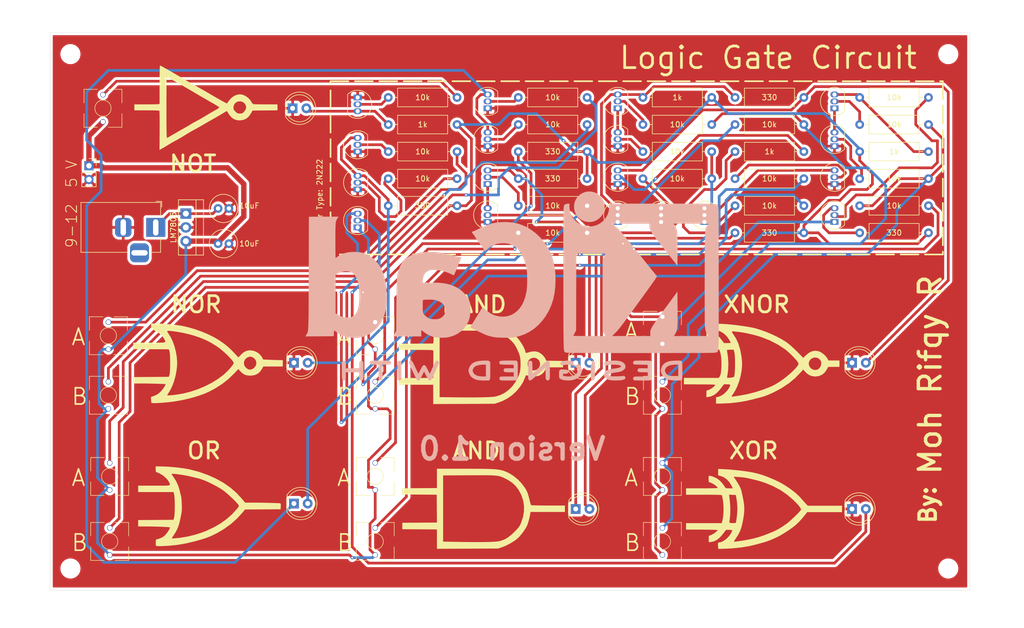
<source format=kicad_pcb>
(kicad_pcb (version 20241229) (generator "pcbnew") (generator_version "9.0")
  (title_block (title "Logic Gate") (date "2025-08-12") (company "Moh Rifqy Risqullah"))
  (layers (0 "F.Cu" signal) (2 "B.Cu" signal) (13 "F.Paste" user) (15 "B.Paste" user) (5 "F.SilkS" user "F.Silkscreen") (7 "B.SilkS" user "B.Silkscreen") (1 "F.Mask" user) (3 "B.Mask" user) (25 "Edge.Cuts" user))
  (net 0 "")
  (net 1 "Net-(U1-IN)")
  (net 2 "GND")
  (net 3 "+5V")
  (net 4 "Net-(D1-A)")
  (net 5 "Net-(D1-K)")
  (net 6 "Net-(D2-A)")
  (net 7 "Net-(D2-K)")
  (net 8 "Net-(D3-A)")
  (net 9 "Net-(D4-A)")
  (net 10 "Net-(D5-A)")
  (net 11 "Net-(D7-A)")
  (net 12 "Net-(Q1-E)")
  (net 13 "Net-(Q1-B)")
  (net 14 "Net-(Q2-B)")
  (net 15 "Net-(Q3-B)")
  (net 16 "Net-(Q4-B)")
  (net 17 "Net-(Q5-B)")
  (net 18 "Net-(Q6-B)")
  (net 19 "Net-(Q6-E)")
  (net 20 "Net-(Q7-B)")
  (net 21 "Net-(Q8-B)")
  (net 22 "Net-(Q9-B)")
  (net 23 "Net-(Q10-C)")
  (net 24 "Net-(Q10-B)")
  (net 25 "Net-(Q10-E)")
  (net 26 "Net-(Q11-B)")
  (net 27 "Net-(Q12-E)")
  (net 28 "Net-(Q12-B)")
  (net 29 "Net-(Q13-B)")
  (net 30 "Net-(Q14-E)")
  (net 31 "Net-(Q14-C)")
  (net 32 "Net-(Q14-B)")
  (net 33 "Net-(Q15-B)")
  (net 34 "Net-(Q16-E)")
  (net 35 "Net-(Q16-B)")
  (net 36 "Net-(Q17-B)")
  (net 37 "Net-(Q18-B)")
  (net 38 "Net-(R1-Pad1)")
  (net 39 "Net-(R2-Pad1)")
  (net 40 "Net-(R5-Pad1)")
  (net 41 "Net-(R6-Pad1)")
  (net 42 "Net-(R8-Pad1)")
  (net 43 "Net-(R10-Pad1)")
  (net 44 "Net-(R11-Pad1)")
  (net 45 "Net-(R13-Pad1)")
  (net 46 "Net-(R14-Pad1)")
  (net 47 "Net-(R16-Pad1)")
  (net 48 "Net-(R21-Pad1)")
  (net 49 "Net-(R22-Pad1)")
  (net 50 "Net-(D6-A)")
  (net 51 "Net-(Q12-C)")
  (footprint "LOGO" (layer "F.Cu") (at 94 51)
    (property "Reference" "G***" (hide yes))
    (property "Value" "LOGO" (hide yes))
  )
  (footprint "Tactile_Switch_Push_Btn:Btn_6x6x5" (layer "F.Cu") (at 178.243667 131.000206 90)
    (property "Reference" "SW11" (hide yes))
    (property "Value" "SW_6x6x5")
  )
  (footprint "Resistor_THT:R_Axial_DIN0309_L9.0mm_D3.2mm_P12.70mm_Horizontal" (layer "F.Cu") (at 151.65 59)
    (property "Reference" "R4" (hide yes))
    (property "Value" "330")
  )
  (footprint "Package_TO_SOT_THT:TO-92_Inline" (layer "F.Cu") (at 122 59 90)
    (property "Reference" "Q8" (hide yes))
    (property "Value" "PN2222A")
  )
  (footprint "Resistor_THT:R_Axial_DIN0309_L9.0mm_D3.2mm_P12.70mm_Horizontal" (layer "F.Cu") (at 227.35 54 180)
    (property "Reference" "R16" (hide yes))
    (property "Value" "10k")
  )
  (footprint "Resistor_THT:R_Axial_DIN0309_L9.0mm_D3.2mm_P12.70mm_Horizontal" (layer "F.Cu") (at 227.35 59 180)
    (property "Reference" "R15" (hide yes))
    (property "Value" "1k")
  )
  (footprint "Package_TO_SOT_THT:TO-220-3_Vertical" (layer "F.Cu") (at 90.293667 70.46 -90)
    (property "Reference" "U1" (hide yes))
    (property "Value" "L7805")
  )
  (footprint "Tactile_Switch_Push_Btn:Btn_6x6x5" (layer "F.Cu") (at 125.243667 131.000206 90)
    (property "Reference" "SW2" (hide yes))
    (property "Value" "SW_6x6x5")
  )
  (footprint "Tactile_Switch_Push_Btn:Btn_6x6x5" (layer "F.Cu") (at 178.243667 119.000206 90)
    (property "Reference" "SW10" (hide yes))
    (property "Value" "SW_6x6x5")
  )
  (footprint "Resistor_THT:R_Axial_DIN0309_L9.0mm_D3.2mm_P12.70mm_Horizontal" (layer "F.Cu") (at 204.35 69 180)
    (property "Reference" "R2" (hide yes))
    (property "Value" "10k")
  )
  (footprint "Tactile_Switch_Push_Btn:Btn_6x6x5" (layer "F.Cu") (at 178.243667 92.000206 90)
    (property "Reference" "SW13" (hide yes))
    (property "Value" "SW_6x6x5")
  )
  (footprint "Package_TO_SOT_THT:TO-92_Inline" (layer "F.Cu") (at 146 65 90)
    (property "Reference" "Q6" (hide yes))
    (property "Value" "PN2222A")
  )
  (footprint "Package_TO_SOT_THT:TO-92_Inline" (layer "F.Cu") (at 122 73 90)
    (property "Reference" "Q13" (hide yes))
    (property "Value" "PN2222A")
  )
  (footprint "MountingHole:MountingHole_3.2mm_M3" (layer "F.Cu") (at 231 41)
    (property "Reference" "H1" (hide yes))
    (property "Value" "MountingHole")
  )
  (footprint "Package_TO_SOT_THT:TO-92_Inline" (layer "F.Cu") (at 170 51 90)
    (property "Reference" "Q14" (hide yes))
    (property "Value" "PN2222A")
  )
  (footprint "LED_THT:LED_D5.0mm_IRBlack" (layer "F.Cu") (at 110.243667 98.000206)
    (property "Reference" "D5" (hide yes))
    (property "Value" "LED")
  )
  (footprint "Resistor_THT:R_Axial_DIN0309_L9.0mm_D3.2mm_P12.70mm_Horizontal" (layer "F.Cu") (at 191.65 49)
    (property "Reference" "R26" (hide yes))
    (property "Value" "330")
  )
  (footprint "Tactile_Switch_Push_Btn:Btn_6x6x5" (layer "F.Cu") (at 76 93 90)
    (property "Reference" "SW9" (hide yes))
    (property "Value" "SW_6x6x5")
  )
  (footprint "Tactile_Switch_Push_Btn:Btn_6x6x5" (layer "F.Cu") (at 76.243667 119.000206 90)
    (property "Reference" "SW3" (hide yes))
    (property "Value" "SW_6x6x5")
  )
  (footprint "Resistor_THT:R_Axial_DIN0309_L9.0mm_D3.2mm_P12.70mm_Horizontal" (layer "F.Cu") (at 191.65 59)
    (property "Reference" "R25" (hide yes))
    (property "Value" "1k")
  )
  (footprint "Resistor_THT:R_Axial_DIN0309_L9.0mm_D3.2mm_P12.70mm_Horizontal" (layer "F.Cu") (at 214.65 69)
    (property "Reference" "R19" (hide yes))
    (property "Value" "10k")
  )
  (footprint "Package_TO_SOT_THT:TO-92_Inline" (layer "F.Cu") (at 146 58 90)
    (property "Reference" "Q3" (hide yes))
    (property "Value" "PN2222A")
  )
  (footprint "Capacitor_THT:C_Radial_D5.0mm_H11.0mm_P2.00mm" (layer "F.Cu") (at 96.243667 76)
    (property "Reference" "C2" (hide yes))
    (property "Value" "10u")
  )
  (footprint "Package_TO_SOT_THT:TO-92_Inline" (layer "F.Cu") (at 210 51 90)
    (property "Reference" "Q10" (hide yes))
    (property "Value" "PN2222A")
  )
  (footprint "LED_THT:LED_D5.0mm_IRBlack" (layer "F.Cu") (at 110 51)
    (property "Reference" "D3" (hide yes))
    (property "Value" "LED")
  )
  (footprint "LED_THT:LED_D5.0mm_IRBlack" (layer "F.Cu") (at 162.243667 125.000206)
    (property "Reference" "D1" (hide yes))
    (property "Value" "LED")
  )
  (footprint "Resistor_THT:R_Axial_DIN0309_L9.0mm_D3.2mm_P12.70mm_Horizontal" (layer "F.Cu") (at 127.65 69)
    (property "Reference" "R12" (hide yes))
    (property "Value" "330")
  )
  (footprint "Package_TO_SOT_THT:TO-92_Inline" (layer "F.Cu") (at 170 72 90)
    (property "Reference" "Q16" (hide yes))
    (property "Value" "PN2222A")
  )
  (footprint "LOGO" (layer "F.Cu") (at 197.243667 98.000206)
    (property "Reference" "G***" (hide yes))
    (property "Value" "LOGO" (hide yes))
  )
  (footprint "Tactile_Switch_Push_Btn:Btn_6x6x5" (layer "F.Cu") (at 125.243667 104.000206 90)
    (property "Reference" "SW7" (hide yes))
    (property "Value" "SW_6x6x5")
  )
  (footprint "Resistor_THT:R_Axial_DIN0309_L9.0mm_D3.2mm_P12.70mm_Horizontal" (layer "F.Cu") (at 164.35 69 180)
    (property "Reference" "R10" (hide yes))
    (property "Value" "10k")
  )
  (footprint "Resistor_THT:R_Axial_DIN0309_L9.0mm_D3.2mm_P12.70mm_Horizontal" (layer "F.Cu") (at 191.65 74)
    (property "Reference" "R3" (hide yes))
    (property "Value" "330")
  )
  (footprint "Tactile_Switch_Push_Btn:Btn_6x6x5" (layer "F.Cu") (at 76.243667 131.000206 90)
    (property "Reference" "SW4" (hide yes))
    (property "Value" "SW_6x6x5")
  )
  (footprint "Tactile_Switch_Push_Btn:Btn_6x6x5" (layer "F.Cu") (at 76 104.000206 90)
    (property "Reference" "SW8" (hide yes))
    (property "Value" "SW_6x6x5")
  )
  (footprint "Resistor_THT:R_Axial_DIN0309_L9.0mm_D3.2mm_P12.70mm_Horizontal" (layer "F.Cu") (at 187.35 59 180)
    (property "Reference" "R22" (hide yes))
    (property "Value" "10k")
  )
  (footprint "LED_THT:LED_D5.0mm_IRBlack" (layer "F.Cu") (at 110.243667 124.000206)
    (property "Reference" "D2" (hide yes))
    (property "Value" "LED")
  )
  (footprint "Resistor_THT:R_Axial_DIN0309_L9.0mm_D3.2mm_P12.70mm_Horizontal" (layer "F.Cu") (at 174.65 49)
    (property "Reference" "R20" (hide yes))
    (property "Value" "1k")
  )
  (footprint "Package_TO_SOT_THT:TO-92_Inline" (layer "F.Cu") (at 122 66 90)
    (property "Reference" "Q9" (hide yes))
    (property "Value" "PN2222A")
  )
  (footprint "Package_TO_SOT_THT:TO-92_Inline" (layer "F.Cu") (at 170 58 90)
    (property "Reference" "Q15" (hide yes))
    (property "Value" "PN2222A")
  )
  (footprint "Tactile_Switch_Push_Btn:Btn_6x6x5" (layer "F.Cu") (at 75 51 90)
    (property "Reference" "SW5" (hide yes))
    (property "Value" "SW_6x6x5")
  )
  (footprint "Package_TO_SOT_THT:TO-92_Inline" (layer "F.Cu") (at 210 72 90)
    (property "Reference" "Q12" (hide yes))
    (property "Value" "PN2222A")
  )
  (footprint "Package_TO_SOT_THT:TO-92_Inline" (layer "F.Cu") (at 178 72 90)
    (property "Reference" "Q17" (hide yes))
    (property "Value" "PN2222A")
  )
  (footprint "Package_TO_SOT_THT:TO-92_Inline" (layer "F.Cu") (at 122 49 -90)
    (property "Reference" "Q5" (hide yes))
    (property "Value" "PN2222A")
  )
  (footprint "Resistor_THT:R_Axial_DIN0309_L9.0mm_D3.2mm_P12.70mm_Horizontal" (layer "F.Cu") (at 227.35 64 180)
    (property "Reference" "R17" (hide yes))
    (property "Value" "10k")
  )
  (footprint "Resistor_THT:R_Axial_DIN0309_L9.0mm_D3.2mm_P12.70mm_Horizontal" (layer "F.Cu") (at 214.65 49)
    (property "Reference" "R18" (hide yes))
    (property "Value" "10k")
  )
  (footprint "MountingHole:MountingHole_3.2mm_M3" (layer "F.Cu") (at 231 136)
    (property "Reference" "H3" (hide yes))
    (property "Value" "MountingHole")
  )
  (footprint "LOGO" (layer "F.Cu") (at 94.243667 124.000206)
    (property "Reference" "G***" (hide yes))
    (property "Value" "LOGO" (hide yes))
  )
  (footprint "LOGO" (layer "F.Cu") (at 144.243667 98.000206)
    (property "Reference" "G***" (hide yes))
    (property "Value" "LOGO" (hide yes))
  )
  (footprint "Resistor_THT:R_Axial_DIN0309_L9.0mm_D3.2mm_P12.70mm_Horizontal" (layer "F.Cu") (at 187.35 54 180)
    (property "Reference" "R21" (hide yes))
    (property "Value" "10k")
  )
  (footprint "LOGO" (layer "F.Cu") (at 93.243667 97.000206)
    (property "Reference" "G***" (hide yes))
    (property "Value" "LOGO" (hide yes))
  )
  (footprint "Package_TO_SOT_THT:TO-92_Inline" (layer "F.Cu") (at 170 65 90)
    (property "Reference" "Q18" (hide yes))
    (property "Value" "PN2222A")
  )
  (footprint "Package_TO_SOT_THT:TO-92_Inline" (layer "F.Cu") (at 146 72 90)
    (property "Reference" "Q7" (hide yes))
    (property "Value" "PN2222A")
  )
  (footprint "LED_THT:LED_D5.0mm_IRBlack" (layer "F.Cu") (at 213.243667 98.000206)
    (property "Reference" "D7" (hide yes))
    (property "Value" "LED")
  )
  (footprint "LOGO" (layer "F.Cu") (at 199.243667 125.000206)
    (property "Reference" "G***" (hide yes))
    (property "Value" "LOGO" (hide yes))
  )
  (footprint "Resistor_THT:R_Axial_DIN0309_L9.0mm_D3.2mm_P12.70mm_Horizontal" (layer "F.Cu") (at 140.35 64 180)
    (property "Reference" "R14" (hide yes))
    (property "Value" "10k")
  )
  (footprint "Tactile_Switch_Push_Btn:Btn_6x6x5" (layer "F.Cu") (at 178.243667 104.000206 90)
    (property "Reference" "SW12" (hide yes))
    (property "Value" "SW_6x6x5")
  )
  (footprint "Resistor_THT:R_Axial_DIN0309_L9.0mm_D3.2mm_P12.70mm_Horizontal" (layer "F.Cu") (at 164.35 49 180)
    (property "Reference" "R6" (hide yes))
    (property "Value" "10k")
  )
  (footprint "Package_TO_SOT_THT:TO-92_Inline" (layer "F.Cu") (at 210 58 90)
    (property "Reference" "Q11" (hide yes))
    (property "Value" "PN2222A")
  )
  (footprint "Capacitor_THT:C_Radial_D5.0mm_H11.0mm_P2.00mm" (layer "F.Cu") (at 96.243667 69.5)
    (property "Reference" "C1" (hide yes))
    (property "Value" "10u")
  )
  (footprint "LED_THT:LED_D5.0mm_IRBlack" (layer "F.Cu") (at 162.243667 98.000206)
    (property "Reference" "D4" (hide yes))
    (property "Value" "LED")
  )
  (footprint "LED_THT:LED_D5.0mm_IRBlack" (layer "F.Cu") (at 213.243667 125.000206)
    (property "Reference" "D6" (hide yes))
    (property "Value" "LED")
  )
  (footprint "Tactile_Switch_Push_Btn:Btn_6x6x5" (layer "F.Cu") (at 125.243667 93.000206 90)
    (property "Reference" "SW6" (hide yes))
    (property "Value" "SW_6x6x5")
  )
  (footprint "Resistor_THT:R_Axial_DIN0309_L9.0mm_D3.2mm_P12.70mm_Horizontal" (layer "F.Cu") (at 187.35 64 180)
    (property "Reference" "R23" (hide yes))
    (property "Value" "10k")
  )
  (footprint "Package_TO_SOT_THT:TO-92_Inline" (layer "F.Cu") (at 210 65 90)
    (property "Reference" "Q2" (hide yes))
    (property "Value" "PN2222A")
  )
  (footprint "Resistor_THT:R_Axial_DIN0309_L9.0mm_D3.2mm_P12.70mm_Horizontal" (layer "F.Cu") (at 151.65 64)
    (property "Reference" "R9" (hide yes))
    (property "Value" "330")
  )
  (footprint "Resistor_THT:R_Axial_DIN0309_L9.0mm_D3.2mm_P12.70mm_Horizontal" (layer "F.Cu") (at 227.35 74 180)
    (property "Reference" "R27" (hide yes))
    (property "Value" "330")
  )
  (footprint "Resistor_THT:R_Axial_DIN0309_L9.0mm_D3.2mm_P12.70mm_Horizontal" (layer "F.Cu") (at 204.35 64 180)
    (property "Reference" "R1" (hide yes))
    (property "Value" "10k")
  )
  (footprint "Connector_BarrelJack:BarrelJack_Horizontal" (layer "F.Cu") (at 84.743667 73)
    (property "Reference" "J1" (hide yes))
    (property "Value" "Barrel_Jack_MountingPin")
  )
  (footprint "Resistor_THT:R_Axial_DIN0309_L9.0mm_D3.2mm_P12.70mm_Horizontal" (layer "F.Cu") (at 127.65 54)
    (property "Reference" "R7" (hide yes))
    (property "Value" "1k")
  )
  (footprint "LOGO" (layer "F.Cu") (at 146.243667 124.494684)
    (property "Reference" "G***" (hide yes))
    (property "Value" "LOGO" (hide yes))
  )
  (footprint "Resistor_THT:R_Axial_DIN0309_L9.0mm_D3.2mm_P12.70mm_Horizontal" (layer "F.Cu") (at 140.35 59 180)
    (property "Reference" "R13" (hide yes))
    (property "Value" "10k")
  )
  (footprint "Tactile_Switch_Push_Btn:Btn_6x6x5" (layer "F.Cu") (at 125.243667 119.000206 90)
    (property "Reference" "SW1" (hide yes))
    (property "Value" "SW_6x6x5")
  )
  (footprint "Package_TO_SOT_THT:TO-92_Inline" (layer "F.Cu") (at 146 51 90)
    (property "Reference" "Q4" (hide yes))
    (property "Value" "PN2222A")
  )
  (footprint "Resistor_THT:R_Axial_DIN0309_L9.0mm_D3.2mm_P12.70mm_Horizontal" (layer "F.Cu") (at 204.35 54 180)
    (property "Reference" "R24" (hide yes))
    (property "Value" "10k")
  )
  (footprint "MountingHole:MountingHole_3.2mm_M3" (layer "F.Cu") (at 69 41)
    (property "Reference" "H2" (hide yes))
    (property "Value" "MountingHole")
  )
  (footprint "Resistor_THT:R_Axial_DIN0309_L9.0mm_D3.2mm_P12.70mm_Horizontal" (layer "F.Cu") (at 164.35 54 180)
    (property "Reference" "R5" (hide yes))
    (property "Value" "10k")
  )
  (footprint "Connector_PinSocket_2.54mm:PinSocket_1x02_P2.54mm_Vertical" (layer "F.Cu") (at 72.415 61.615)
    (property "Reference" "J2" (hide yes))
    (property "Value" "Conn_01x02_Socket" (hide yes))
  )
  (footprint "Package_TO_SOT_THT:TO-92_Inline" (layer "F.Cu") (at 186 72 90)
    (property "Reference" "Q1" (hide yes))
    (property "Value" "PN2222A")
  )
  (footprint "Resistor_THT:R_Axial_DIN0309_L9.0mm_D3.2mm_P12.70mm_Horizontal" (layer "F.Cu") (at 140.35 49 180)
    (property "Reference" "R8" (hide yes))
    (property "Value" "10k")
  )
  (footprint "Resistor_THT:R_Axial_DIN0309_L9.0mm_D3.2mm_P12.70mm_Horizontal" (layer "F.Cu") (at 151.65 74)
    (property "Reference" "R11" (hide yes))
    (property "Value" "10k")
  )
  (footprint "MountingHole:MountingHole_3.2mm_M3" (layer "F.Cu") (at 69 136)
    (property "Reference" "H4" (hide yes))
    (property "Value" "MountingHole")
  )
  (footprint "Symbol:KiCad-Logo2_30mm_SilkScreen" (layer "B.Cu") (at 150.532233 81.179682 180)
    (property "Reference" "REF**" (hide yes))
    (property "Value" "KiCad-Logo2_30mm_SilkScreen" (hide yes))
  )
  (gr_rect (start 117 46) (end 230 78) (stroke (width 0.3) (type dash)) (fill no) (layer "F.SilkS"))
  (gr_rect (start 65.238095 37) (end 235 140) (stroke (width 0.05)) (fill no) (layer "Edge.Cuts"))
  (gr_text "1k\n" (at 134 54 0) (layer "F.SilkS") (effects (font (size 1 1))))
  (gr_text "OR" (at 90.243667 116.000206 0) (layer "F.SilkS") (effects (font (size 3 3) (thickness 0.5) (bold yes)) (justify left bottom)))
  (gr_text "B" (at 171 106 0) (layer "F.SilkS") (effects (font (size 3 3) (thickness 0.3) (bold yes)) (justify left bottom)))
  (gr_text "10k\n" (at 221 69 0) (layer "F.SilkS") (effects (font (size 1 1))))
  (gr_text "Moh Rifqy R" (at 230 119 90) (layer "F.SilkS") (effects (font (size 4 4) (thickness 0.625)) (justify left bottom)))
  (gr_text "Logic Gate Circuit" (at 170 44 0) (layer "F.SilkS") (effects (font (size 4 4) (thickness 0.5)) (justify left bottom)))
  (gr_text "AND" (at 139.243667 116.000206 0) (layer "F.SilkS") (effects (font (size 3 3) (thickness 0.5) (bold yes)) (justify left bottom)))
  (gr_text "LM7805" (at 88 73 90) (layer "F.SilkS") (effects (font (size 1 1))))
  (gr_text "1k" (at 198 59 0) (layer "F.SilkS") (effects (font (size 1 1))))
  (gr_text "A" (at 171 121 0) (layer "F.SilkS") (effects (font (size 3 3) (thickness 0.3) (bold yes)) (justify left bottom)))
  (gr_text "1k" (at 221 59 0) (layer "F.SilkS") (effects (font (size 1 1))))
  (gr_text "10k\n" (at 158 54 0) (layer "F.SilkS") (effects (font (size 1 1))))
  (gr_text "XNOR" (at 189.243667 89.000206 0) (layer "F.SilkS") (effects (font (size 3 3) (thickness 0.5) (bold yes)) (justify left bottom)))
  (gr_text "5 V" (at 69.2 63.1 90) (layer "F.SilkS") (effects (font (size 2 2))))
  (gr_text "10k\n" (at 181 64 0) (layer "F.SilkS") (effects (font (size 1 1))))
  (gr_text "A" (at 118 95 0) (layer "F.SilkS") (effects (font (size 3 3) (thickness 0.3) (bold yes)) (justify left bottom)))
  (gr_text "B" (at 69 133 0) (layer "F.SilkS") (effects (font (size 3 3) (thickness 0.3) (bold yes)) (justify left bottom)))
  (gr_text "NOR" (at 87.243667 89.000206 0) (layer "F.SilkS") (effects (font (size 3 3) (thickness 0.5) (bold yes)) (justify left bottom)))
  (gr_text "10k\n" (at 221 64 0) (layer "F.SilkS") (effects (font (size 1 1))))
  (gr_text "Transistor Type: 2N222" (at 115 78 90) (layer "F.SilkS") (effects (font (size 1 1)) (justify left)))
  (gr_text "NOT\n" (at 87 63 0) (layer "F.SilkS") (effects (font (size 3 3) (thickness 0.5) (bold yes)) (justify left bottom)))
  (gr_text "10k\n" (at 198 64 0) (layer "F.SilkS") (effects (font (size 1 1))))
  (gr_text "10k\n" (at 158 49 0) (layer "F.SilkS") (effects (font (size 1 1))))
  (gr_text "10k\n" (at 221 54 0) (layer "F.SilkS") (effects (font (size 1 1))))
  (gr_text "10k\n" (at 181 54 0) (layer "F.SilkS") (effects (font (size 1 1))))
  (gr_text "By:" (at 229 128 90) (layer "F.SilkS") (effects (font (size 3 3) (thickness 0.625) (bold yes)) (justify left bottom)))
  (gr_text "10k\n" (at 134 59 0) (layer "F.SilkS") (effects (font (size 1 1))))
  (gr_text "9-12" (at 69.2 72.7 90) (layer "F.SilkS") (effects (font (size 2 2))))
  (gr_text "B" (at 69 106 0) (layer "F.SilkS") (effects (font (size 3 3) (thickness 0.3) (bold yes)) (justify left bottom)))
  (gr_text "330" (at 198 49 0) (layer "F.SilkS") (effects (font (size 1 1))))
  (gr_text "B" (at 118 133 0) (layer "F.SilkS") (effects (font (size 3 3) (thickness 0.3) (bold yes)) (justify left bottom)))
  (gr_text "10uF" (at 102 76 0) (layer "F.SilkS") (effects (font (size 1 1))))
  (gr_text "A" (at 118 121 0) (layer "F.SilkS") (effects (font (size 3 3) (thickness 0.3) (bold yes)) (justify left bottom)))
  (gr_text "A" (at 69 121 0) (layer "F.SilkS") (effects (font (size 3 3) (thickness 0.3) (bold yes)) (justify left bottom)))
  (gr_text "330\n" (at 158 64 0) (layer "F.SilkS") (effects (font (size 1 1))))
  (gr_text "XOR" (at 190.243667 116.000206 0) (layer "F.SilkS") (effects (font (size 3 3) (thickness 0.5) (bold yes)) (justify left bottom)))
  (gr_text "10k\n" (at 158 74 0) (layer "F.SilkS") (effects (font (size 1 1))))
  (gr_text "10k\n" (at 134 64 0) (layer "F.SilkS") (effects (font (size 1 1))))
  (gr_text "B" (at 171 133 0) (layer "F.SilkS") (effects (font (size 3 3) (thickness 0.3) (bold yes)) (justify left bottom)))
  (gr_text "1k\n" (at 181 49 0) (layer "F.SilkS") (effects (font (size 1 1))))
  (gr_text "B" (at 118 106 0) (layer "F.SilkS") (effects (font (size 3 3) (thickness 0.3) (bold yes)) (justify left bottom)))
  (gr_text "330" (at 221 74 0) (layer "F.SilkS") (effects (font (size 1 1))))
  (gr_text "10k\n" (at 198 54 0) (layer "F.SilkS") (effects (font (size 1 1))))
  (gr_text "330\n" (at 134 69 0) (layer "F.SilkS") (effects (font (size 1 1))))
  (gr_text "10k\n" (at 181 59 0) (layer "F.SilkS") (effects (font (size 1 1))))
  (gr_text "10uF" (at 102 69 0) (layer "F.SilkS") (effects (font (size 1 1))))
  (gr_text "10k\n" (at 198 69 0) (layer "F.SilkS") (effects (font (size 1 1))))
  (gr_text "10k\n" (at 158 69 0) (layer "F.SilkS") (effects (font (size 1 1))))
  (gr_text "330" (at 198 74 0) (layer "F.SilkS") (effects (font (size 1 1))))
  (gr_text "10k\n" (at 134 49 0) (layer "F.SilkS") (effects (font (size 1 1))))
  (gr_text "NAND" (at 137.243667 89.000206 0) (layer "F.SilkS") (effects (font (size 3 3) (thickness 0.5) (bold yes)) (justify left bottom)))
  (gr_text "10k\n" (at 221 49 0) (layer "F.SilkS") (effects (font (size 1 1))))
  (gr_text "A" (at 69 95 0) (layer "F.SilkS") (effects (font (size 3 3) (thickness 0.3) (bold yes)) (justify left bottom)))
  (gr_text "330\n" (at 158 59 0) (layer "F.SilkS") (effects (font (size 1 1))))
  (gr_text "A" (at 171 94 0) (layer "F.SilkS") (effects (font (size 3 3) (thickness 0.3) (bold yes)) (justify left bottom)))
  (gr_text "Version 1.0" (at 150.495 113.9 0) (layer "B.SilkS") (effects (font (size 4 4) (thickness 0.8) (bold yes)) (justify mirror)))
  (segment (start 87.283667 70.46) (end 84.743667 73) (width 0.5) (layer "F.Cu") (net 1))
  (segment (start 95.283667 70.46) (end 96.243667 69.5) (width 0.5) (layer "F.Cu") (net 1))
  (segment (start 90.293667 70.46) (end 95.283667 70.46) (width 0.5) (layer "F.Cu") (net 1))
  (segment (start 90.293667 70.46) (end 87.283667 70.46) (width 0.5) (layer "F.Cu") (net 1))
  (segment (start 209 68) (end 204.35 72.65) (width 0.5) (layer "F.Cu") (net 3))
  (segment (start 214.65 60.65) (end 217 63) (width 0.5) (layer "F.Cu") (net 3))
  (segment (start 178.243667 121.500206) (end 177 122.743873) (width 0.5) (layer "F.Cu") (net 3))
  (segment (start 162 59) (end 164.35 59) (width 0.5) (layer "F.Cu") (net 3))
  (segment (start 124 84) (end 134 74) (width 0.5) (layer "F.Cu") (net 3))
  (segment (start 127.500206 106.500206) (end 128 107) (width 0.5) (layer "F.Cu") (net 3))
  (segment (start 96.243667 75.756333) (end 101 71) (width 1) (layer "F.Cu") (net 3))
  (segment (start 101 65) (end 98 62) (width 1) (layer "F.Cu") (net 3))
  (segment (start 209 76) (end 225.35 76) (width 0.5) (layer "F.Cu") (net 3))
  (segment (start 124 106) (end 124 100) (width 0.5) (layer "F.Cu") (net 3))
  (segment (start 74.615 61.615) (end 72.415 61.615) (width 1) (layer "F.Cu") (net 3))
  (segment (start 124.292667 132.549206) (end 125.243667 133.500206) (width 0.5) (layer "F.Cu") (net 3))
  (segment (start 177 122.743873) (end 177 132.256539) (width 0.5) (layer "F.Cu") (net 3))
  (segment (start 125.243667 98.756333) (end 125.243667 95.500206) (width 0.5) (layer "F.Cu") (net 3))
  (segment (start 142 69) (end 143 68) (width 0.5) (layer "F.Cu") (net 3))
  (segment (start 125.243667 121.500206) (end 125.243667 126.756333) (width 0.5) (layer "F.Cu") (net 3))
  (segment (start 96.243667 76) (end 96.243667 75.756333) (width 1) (layer "F.Cu") (net 3))
  (segment (start 120.500206 133.500206) (end 121 134) (width 0.5) (layer "F.Cu") (net 3))
  (segment (start 124.500206 106.500206) (end 124 106) (width 0.5) (layer "F.Cu") (net 3))
  (segment (start 134.026 74) (end 139.026 69) (width 0.5) (layer "F.Cu") (net 3))
  (segment (start 72.415 56.085) (end 75 53.5) (width 1) (layer "F.Cu") (net 3))
  (segment (start 76.243667 133.500206) (end 120.500206 133.500206) (width 0.5) (layer "F.Cu") (net 3))
  (segment (start 125.243667 95.500206) (end 124 94.256539) (width 0.5) (layer "F.Cu") (net 3))
  (segment (start 128 107) (end 128 112) (width 0.5) (layer "F.Cu") (net 3))
  (segment (start 143 56.65) (end 140.35 54) (width 0.5) (layer "F.Cu") (net 3))
  (segment (start 95.783667 75.54) (end 96.243667 76) (width 1) (layer "F.Cu") (net 3))
  (segment (start 125.243667 126.756333) (end 124.292667 127.707333) (width 0.5) (layer "F.Cu") (net 3))
  (segment (start 125.243667 106.500206) (end 127.500206 106.500206) (width 0.5) (layer "F.Cu") (net 3))
  (segment (start 75 62) (end 74.615 61.615) (width 1) (layer "F.Cu") (net 3))
  (segment (start 217 65) (end 216 66) (width 0.5) (layer "F.Cu") (net 3))
  (segment (start 178.243667 106.500206) (end 177 107.743873) (width 0.5) (layer "F.Cu") (net 3))
  (segment (start 204.35 72.65) (end 204.35 74) (width 0.5) (layer "F.Cu") (net 3))
  (segment (start 124 116) (end 124 121) (width 0.5) (layer "F.Cu") (net 3))
  (segment (start 214.65 59) (end 214.65 60.65) (width 0.5) (layer "F.Cu") (net 3))
  (segment (start 178.243667 106.500206) (end 177 105.256539) (width 0.5) (layer "F.Cu") (net 3))
  (segment (start 139.026 69) (end 140.35 69) (width 0.5) (layer "F.Cu") (net 3))
  (segment (start 124 121) (end 124.743461 121) (width 0.5) (layer "F.Cu") (net 3))
  (segment (start 124.743461 121) (end 125.243667 121.500206) (width 0.5) (layer "F.Cu") (net 3))
  (segment (start 124 100) (end 125.243667 98.756333) (width 0.5) (layer "F.Cu") (net 3))
  (segment (start 177 105.256539) (end 177 95.743873) (width 0.5) (layer "F.Cu") (net 3))
  (segment (start 90.753667 76) (end 90.293667 75.54) (width 1) (layer "F.Cu") (net 3))
  (segment (start 72.415 61.615) (end 72.415 56.085) (width 1) (layer "F.Cu") (net 3))
  (segment (start 177 95.743873) (end 178.243667 94.500206) (width 0.5) (layer "F.Cu") (net 3))
  (segment (start 216 66) (end 213 66) (width 0.5) (layer "F.Cu") (net 3))
  (segment (start 140.35 69) (end 142 69) (width 0.5) (layer "F.Cu") (net 3))
  (segment (start 143 68) (end 143 56.65) (width 0.5) (layer "F.Cu") (net 3))
  (segment (start 177 120.256539) (end 178.243667 121.500206) (width 0.5) (layer "F.Cu") (net 3))
  (segment (start 124.292667 127.707333) (end 124.292667 132.549206) (width 0.5) (layer "F.Cu") (net 3))
  (segment (start 124 94.256539) (end 124 84) (width 0.5) (layer "F.Cu") (net 3))
  (segment (start 164.35 59) (end 164.35 64) (width 0.5) (layer "F.Cu") (net 3))
  (segment (start 125.243667 106.500206) (end 124.500206 106.500206) (width 0.5) (layer "F.Cu") (net 3))
  (segment (start 213 66) (end 211 68) (width 0.5) (layer "F.Cu") (net 3))
  (segment (start 225.35 76) (end 227.35 74) (width 0.5) (layer "F.Cu") (net 3))
  (segment (start 101 71) (end 101 65) (width 1) (layer "F.Cu") (net 3))
  (segment (start 177 107.743873) (end 177 120.256539) (width 0.5) (layer "F.Cu") (net 3))
  (segment (start 217 63) (end 217 65) (width 0.5) (layer "F.Cu") (net 3))
  (segment (start 207 74) (end 209 76) (width 0.5) (layer "F.Cu") (net 3))
  (segment (start 128 112) (end 124 116) (width 0.5) (layer "F.Cu") (net 3))
  (segment (start 160 57) (end 162 59) (width 0.5) (layer "F.Cu") (net 3))
  (segment (start 90.293667 75.54) (end 95.783667 75.54) (width 1) (layer "F.Cu") (net 3))
  (segment (start 204.35 74) (end 207 74) (width 0.5) (layer "F.Cu") (net 3))
  (segment (start 177 132.256539) (end 178.243667 133.500206) (width 0.5) (layer "F.Cu") (net 3))
  (segment (start 134 74) (end 134.026 74) (width 0.5) (layer "F.Cu") (net 3))
  (segment (start 211 68) (end 209 68) (width 0.5) (layer "F.Cu") (net 3))
  (segment (start 98 62) (end 75 62) (width 1) (layer "F.Cu") (net 3))
  (via (at 160 57) (size 0.6) (drill 0.3) (layers "F.Cu" "B.Cu") (net 3))
  (via (at 121 134) (size 0.6) (drill 0.3) (layers "F.Cu" "B.Cu") (net 3))
  (segment (start 187.35 49) (end 175.35 61) (width 0.5) (layer "B.Cu") (net 3))
  (segment (start 74 108.500206) (end 74 119.256539) (width 0.5) (layer "B.Cu") (net 3))
  (segment (start 76.243667 121.500206) (end 75.499794 121.500206) (width 0.5) (layer "B.Cu") (net 3))
  (segment (start 75 95.5) (end 74.292667 96.207333) (width 0.5) (layer "B.Cu") (net 3))
  (segment (start 197 74) (end 204.35 74) (width 0.5) (layer "B.Cu") (net 3))
  (segment (start 75.499794 121.500206) (end 74 123) (width 0.5) (layer "B.Cu") (net 3))
  (segment (start 190.326 51.976) (end 208.121272 51.976) (width 0.5) (layer "B.Cu") (net 3))
  (segment (start 208.121272 51.976) (end 214.65 58.504728) (width 0.5) (layer "B.Cu") (net 3))
  (segment (start 74.292667 96.207333) (end 74.292667 105.549206) (width 0.5) (layer "B.Cu") (net 3))
  (segment (start 90.293667 81.706333) (end 76.5 95.5) (width 0.5) (layer "B.Cu") (net 3))
  (segment (start 164 59.35) (end 164.35 59) (width 0.5) (layer "B.Cu") (net 3))
  (segment (start 74.292667 105.549206) (end 75.243667 106.500206) (width 0.5) (layer "B.Cu") (net 3))
  (segment (start 74 123) (end 74 131.256539) (width 0.5) (layer "B.Cu") (net 3))
  (segment (start 150 52) (end 155 52) (width 0.5) (layer "B.Cu") (net 3))
  (segment (start 181 91.743873) (end 181 90) (width 0.5) (layer "B.Cu") (net 3))
  (segment (start 214.65 58.504728) (end 214.65 59) (width 0.5) (layer "B.Cu") (net 3))
  (segment (start 90.293667 75.54) (end 90.293667 81.706333) (width 0.5) (layer "B.Cu") (net 3))
  (segment (start 187.35 49) (end 190.326 51.976) (width 0.5) (layer "B.Cu") (net 3))
  (segment (start 178.243667 94.500206) (end 181 91.743873) (width 0.5) (layer "B.Cu") (net 3))
  (segment (start 181 90) (end 197 74) (width 0.5) (layer "B.Cu") (net 3))
  (segment (start 155 52) (end 160 57) (width 0.5) (layer "B.Cu") (net 3))
  (segment (start 124.743873 134) (end 125.243667 133.500206) (width 0.5) (layer "B.Cu") (net 3))
  (segment (start 75.243667 106.500206) (end 76 106.500206) (width 0.5) (layer "B.Cu") (net 3))
  (segment (start 74 131.256539) (end 76.243667 133.500206) (width 0.5) (layer "B.Cu") (net 3))
  (segment (start 166.35 61) (end 164.35 59) (width 0.5) (layer "B.Cu") (net 3))
  (segment (start 121 134) (end 124.743873 134) (width 0.5) (layer "B.Cu") (net 3))
  (segment (start 140.35 54) (end 148 54) (width 0.5) (layer "B.Cu") (net 3))
  (segment (start 76 106.500206) (end 74 108.500206) (width 0.5) (layer "B.Cu") (net 3))
  (segment (start 175.35 61) (end 166.35 61) (width 0.5) (layer "B.Cu") (net 3))
  (segment (start 76.5 95.5) (end 75 95.5) (width 0.5) (layer "B.Cu") (net 3))
  (segment (start 74 119.256539) (end 76.243667 121.500206) (width 0.5) (layer "B.Cu") (net 3))
  (segment (start 148 54) (end 150 52) (width 0.5) (layer "B.Cu") (net 3))
  (segment (start 190.65 75) (end 191.65 74) (width 0.5) (layer "F.Cu") (net 4))
  (segment (start 167 78) (end 170 75) (width 0.5) (layer "F.Cu") (net 4))
  (segment (start 164.783667 125.000206) (end 164 124.216539) (width 0.5) (layer "F.Cu") (net 4))
  (segment (start 164 124.216539) (end 164 104) (width 0.5) (layer "F.Cu") (net 4))
  (segment (start 167 94) (end 167 78) (width 0.5) (layer "F.Cu") (net 4))
  (segment (start 164 104) (end 168 100) (width 0.5) (layer "F.Cu") (net 4))
  (segment (start 170 75) (end 190.65 75) (width 0.5) (layer "F.Cu") (net 4))
  (segment (start 168 100) (end 168 95) (width 0.5) (layer "F.Cu") (net 4))
  (segment (start 168 95) (end 167 94) (width 0.5) (layer "F.Cu") (net 4))
  (segment (start 183.54 69.46) (end 186 69.46) (width 0.5) (layer "F.Cu") (net 5))
  (segment (start 166 95) (end 166 77) (width 0.5) (layer "F.Cu") (net 5))
  (segment (start 162.243667 125.000206) (end 162.243667 103.756333) (width 0.5) (layer "F.Cu") (net 5))
  (segment (start 166 77) (end 169 74) (width 0.5) (layer "F.Cu") (net 5))
  (segment (start 169 74) (end 179 74) (width 0.5) (layer "F.Cu") (net 5))
  (segment (start 179 74) (end 183.54 69.46) (width 0.5) (layer "F.Cu") (net 5))
  (segment (start 167 99) (end 167 96) (width 0.5) (layer "F.Cu") (net 5))
  (segment (start 167 96) (end 166 95) (width 0.5) (layer "F.Cu") (net 5))
  (segment (start 162.243667 103.756333) (end 167 99) (width 0.5) (layer "F.Cu") (net 5))
  (segment (start 151.65 60.65) (end 154 63) (width 0.5) (layer "F.Cu") (net 6))
  (segment (start 154 63) (end 154 69) (width 0.5) (layer "F.Cu") (net 6))
  (segment (start 151.65 59) (end 151.65 60.65) (width 0.5) (layer "F.Cu") (net 6))
  (via (at 154 69) (size 0.6) (drill 0.3) (layers "F.Cu" "B.Cu") (net 6))
  (segment (start 112.783667 110.216333) (end 112.783667 124.000206) (width 0.5) (layer "B.Cu") (net 6))
  (segment (start 154 69) (end 112.783667 110.216333) (width 0.5) (layer "B.Cu") (net 6))
  (segment (start 144.75 48.46) (end 146 48.46) (width 0.5) (layer "F.Cu") (net 7))
  (segment (start 144 52) (end 144 49.21) (width 0.5) (layer "F.Cu") (net 7))
  (segment (start 146 55.46) (end 146 54) (width 0.5) (layer "F.Cu") (net 7))
  (segment (start 146 54) (end 144 52) (width 0.5) (layer "F.Cu") (net 7))
  (segment (start 144 49.21) (end 144.75 48.46) (width 0.5) (layer "F.Cu") (net 7))
  (segment (start 72 56.9) (end 72 48) (width 0.5) (layer "B.Cu") (net 7))
  (segment (start 141.54 44) (end 146 48.46) (width 0.5) (layer "B.Cu") (net 7))
  (segment (start 72 48) (end 76 44) (width 0.5) (layer "B.Cu") (net 7))
  (segment (start 74.676 66.294) (end 74.676 59.576) (width 0.5) (layer "B.Cu") (net 7))
  (segment (start 72 68.97) (end 74.676 66.294) (width 0.5) (layer "B.Cu") (net 7))
  (segment (start 99.369873 134.874) (end 75.184 134.874) (width 0.5) (layer "B.Cu") (net 7))
  (segment (start 72 131.69) (end 72 68.97) (width 0.5) (layer "B.Cu") (net 7))
  (segment (start 76 44) (end 141.54 44) (width 0.5) (layer "B.Cu") (net 7))
  (segment (start 110.243667 124.000206) (end 99.369873 134.874) (width 0.5) (layer "B.Cu") (net 7))
  (segment (start 75.184 134.874) (end 72 131.69) (width 0.5) (layer "B.Cu") (net 7))
  (segment (start 74.676 59.576) (end 72 56.9) (width 0.5) (layer "B.Cu") (net 7))
  (segment (start 113.08 51.54) (end 112.54 51) (width 0.5) (layer "F.Cu") (net 8))
  (segment (start 122 51.54) (end 113.08 51.54) (width 0.5) (layer "F.Cu") (net 8))
  (segment (start 125.19 51.54) (end 127.65 54) (width 0.5) (layer "F.Cu") (net 8))
  (segment (start 122 51.54) (end 125.19 51.54) (width 0.5) (layer "F.Cu") (net 8))
  (segment (start 150.11 62.46) (end 151.65 64) (width 0.5) (layer "F.Cu") (net 9))
  (segment (start 146 62.46) (end 150.11 62.46) (width 0.5) (layer "F.Cu") (net 9))
  (segment (start 164.783667 76.783667) (end 160 72) (width 0.5) (layer "F.Cu") (net 9))
  (segment (start 160 72) (end 155 72) (width 0.5) (layer "F.Cu") (net 9))
  (segment (start 164.783667 98.000206) (end 164.783667 76.783667) (width 0.5) (layer "F.Cu") (net 9))
  (via (at 155 72) (size 0.6) (drill 0.3) (layers "F.Cu" "B.Cu") (net 9))
  (segment (start 156 71) (end 156 67) (width 0.5) (layer "B.Cu") (net 9))
  (segment (start 156 67) (end 153 64) (width 0.5) (layer "B.Cu") (net 9))
  (segment (start 153 64) (end 151.65 64) (width 0.5) (layer "B.Cu") (net 9))
  (segment (start 155 72) (end 156 71) (width 0.5) (layer "B.Cu") (net 9))
  (segment (start 123.25 63.46) (end 127.65 67.86) (width 0.5) (layer "F.Cu") (net 10))
  (segment (start 119 58.21) (end 120.75 56.46) (width 0.5) (layer "F.Cu") (net 10))
  (segment (start 127.65 67.86) (end 127.65 69) (width 0.5) (layer "F.Cu") (net 10))
  (segment (start 122 63.46) (end 119 60.46) (width 0.5) (layer "F.Cu") (net 10))
  (segment (start 119 60.46) (end 119 58.21) (width 0.5) (layer "F.Cu") (net 10))
  (segment (start 122 63.46) (end 123.25 63.46) (width 0.5) (layer "F.Cu") (net 10))
  (segment (start 120.75 56.46) (end 122 56.46) (width 0.5) (layer "F.Cu") (net 10))
  (segment (start 112.783873 98) (end 120 98) (width 0.5) (layer "B.Cu") (net 10))
  (segment (start 120 98) (end 127.65 90.35) (width 0.5) (layer "B.Cu") (net 10))
  (segment (start 112.783667 98.000206) (end 112.783873 98) (width 0.5) (layer "B.Cu") (net 10))
  (segment (start 127.65 90.35) (end 127.65 69) (width 0.5) (layer "B.Cu") (net 10))
  (segment (start 202.051 51.299) (end 185.701 51.299) (width 0.5) (layer "F.Cu") (net 11))
  (segment (start 204.35 49) (end 202.051 51.299) (width 0.5) (layer "F.Cu") (net 11))
  (segment (start 174.54 62.46) (end 170 62.46) (width 0.5) (layer "F.Cu") (net 11))
  (segment (start 231 48) (end 231 82.783873) (width 0.5) (layer "F.Cu") (net 11))
  (segment (start 185.701 51.299) (end 174.54 62.46) (width 0.5) (layer "F.Cu") (net 11))
  (segment (start 231 82.783873) (end 215.783667 98.000206) (width 0.5) (layer "F.Cu") (net 11))
  (segment (start 230 47) (end 231 48) (width 0.5) (layer "F.Cu") (net 11))
  (segment (start 204.35 49) (end 206.35 47) (width 0.5) (layer "F.Cu") (net 11))
  (segment (start 206.35 47) (end 230 47) (width 0.5) (layer "F.Cu") (net 11))
  (segment (start 195.875272 62.46) (end 186.335272 72) (width 0.5) (layer "F.Cu") (net 12))
  (segment (start 186.335272 72) (end 186 72) (width 0.5) (layer "F.Cu") (net 12))
  (segment (start 210 62.46) (end 195.875272 62.46) (width 0.5) (layer "F.Cu") (net 12))
  (segment (start 183.22 74) (end 186.65 74) (width 0.5) (layer "F.Cu") (net 13))
  (segment (start 186.65 74) (end 191.65 69) (width 0.5) (layer "F.Cu") (net 13))
  (segment (start 183.375 70.73) (end 182.118 71.987) (width 0.5) (layer "F.Cu") (net 13))
  (segment (start 186 70.73) (end 183.375 70.73) (width 0.5) (layer "F.Cu") (net 13))
  (segment (start 182.118 71.987) (end 182.118 72.898) (width 0.5) (layer "F.Cu") (net 13))
  (segment (start 182.118 72.898) (end 183.22 74) (width 0.5) (layer "F.Cu") (net 13))
  (segment (start 212 62.854728) (end 210.629272 61.484) (width 0.5) (layer "F.Cu") (net 14))
  (segment (start 210 63.73) (end 211.27 63.73) (width 0.5) (layer "F.Cu") (net 14))
  (segment (start 211.27 63.73) (end 212 63) (width 0.5) (layer "F.Cu") (net 14))
  (segment (start 212 63) (end 212 62.854728) (width 0.5) (layer "F.Cu") (net 14))
  (segment (start 194.166 61.484) (end 191.65 64) (width 0.5) (layer "F.Cu") (net 14))
  (segment (start 210.629272 61.484) (end 194.166 61.484) (width 0.5) (layer "F.Cu") (net 14))
  (segment (start 148.92 56.73) (end 151.65 54) (width 0.5) (layer "F.Cu") (net 15))
  (segment (start 146 56.73) (end 148.92 56.73) (width 0.5) (layer "F.Cu") (net 15))
  (segment (start 150.92 49.73) (end 151.65 49) (width 0.5) (layer "F.Cu") (net 16))
  (segment (start 146 49.73) (end 150.92 49.73) (width 0.5) (layer "F.Cu") (net 16))
  (segment (start 126.38 50.27) (end 122 50.27) (width 0.5) (layer "F.Cu") (net 17))
  (segment (start 127.65 49) (end 126.38 50.27) (width 0.5) (layer "F.Cu") (net 17))
  (segment (start 148.73 63.73) (end 151.65 66.65) (width 0.5) (layer "F.Cu") (net 18))
  (segment (start 146 63.73) (end 148.73 63.73) (width 0.5) (layer "F.Cu") (net 18))
  (segment (start 151.65 66.65) (end 151.65 69) (width 0.5) (layer "F.Cu") (net 18))
  (segment (start 146 65) (end 146 69.46) (width 0.5) (layer "F.Cu") (net 19))
  (segment (start 146 70.73) (end 161.08 70.73) (width 0.5) (layer "F.Cu") (net 20))
  (segment (start 161.08 70.73) (end 164.35 74) (width 0.5) (layer "F.Cu") (net 20))
  (segment (start 127.65 59) (end 126.38 57.73) (width 0.5) (layer "F.Cu") (net 21))
  (segment (start 126.38 57.73) (end 122 57.73) (width 0.5) (layer "F.Cu") (net 21))
  (segment (start 123.25 64.73) (end 126 67.48) (width 0.5) (layer "F.Cu") (net 22))
  (segment (start 122 64.73) (end 123.25 64.73) (width 0.5) (layer "F.Cu") (net 22))
  (segment (start 129 71) (end 130 70) (width 0.5) (layer "F.Cu") (net 22))
  (segment (start 126 70) (end 127 71) (width 0.5) (layer "F.Cu") (net 22))
  (segment (start 130 70) (end 130 68) (width 0.5) (layer "F.Cu") (net 22))
  (segment (start 127 71) (end 129 71) (width 0.5) (layer "F.Cu") (net 22))
  (segment (start 126 67.48) (end 126 70) (width 0.5) (layer "F.Cu") (net 22))
  (segment (start 127 65) (end 127 64.65) (width 0.5) (layer "F.Cu") (net 22))
  (segment (start 127 64.65) (end 127.65 64) (width 0.5) (layer "F.Cu") (net 22))
  (segment (start 130 68) (end 127 65) (width 0.5) (layer "F.Cu") (net 22))
  (segment (start 214.11 48.46) (end 210 48.46) (width 0.5) (layer "F.Cu") (net 23))
  (segment (start 214.65 49) (end 214.11 48.46) (width 0.5) (layer "F.Cu") (net 23))
  (segment (start 227.35 59) (end 224.65 59) (width 0.5) (layer "F.Cu") (net 23))
  (segment (start 224.65 59) (end 214.65 49) (width 0.5) (layer "F.Cu") (net 23))
  (segment (start 212.73 49.73) (end 214.65 51.65) (width 0.5) (layer "F.Cu") (net 24))
  (segment (start 214.65 51.65) (end 214.65 54) (width 0.5) (layer "F.Cu") (net 24))
  (segment (start 210 49.73) (end 212.73 49.73) (width 0.5) (layer "F.Cu") (net 24))
  (segment (start 210 51) (end 210 55.46) (width 0.5) (layer "F.Cu") (net 25))
  (segment (start 213 58) (end 213 60.35) (width 0.5) (layer "F.Cu") (net 26))
  (segment (start 210 56.73) (end 211.73 56.73) (width 0.5) (layer "F.Cu") (net 26))
  (segment (start 215 63.65) (end 214.65 64) (width 0.5) (layer "F.Cu") (net 26))
  (segment (start 211.73 56.73) (end 213 58) (width 0.5) (layer "F.Cu") (net 26))
  (segment (start 215 62.35) (end 215 63.65) (width 0.5) (layer "F.Cu") (net 26))
  (segment (start 213 60.35) (end 215 62.35) (width 0.5) (layer "F.Cu") (net 26))
  (segment (start 119 109) (end 119 85) (width 0.5) (layer "F.Cu") (net 27))
  (via (at 119 109) (size 0.6) (drill 0.3) (layers "F.Cu" "B.Cu") (net 27))
  (via (at 119 85) (size 0.6) (drill 0.3) (layers "F.Cu" "B.Cu") (net 27))
  (segment (start 146 82) (end 146 82.088791) (width 0.5) (layer "B.Cu") (net 27))
  (segment (start 122 76) (end 120 74) (width 0.5) (layer "B.Cu") (net 27))
  (segment (start 123.044396 105.044396) (end 123 105.088791) (width 0.5) (layer "B.Cu") (net 27))
  (segment (start 146 82.088791) (end 123.044396 105.044396) (width 0.5) (layer "B.Cu") (net 27))
  (segment (start 210 72) (end 196 72) (width 0.5) (layer "B.Cu") (net 27))
  (segment (start 120 74) (end 120 71) (width 0.5) (layer "B.Cu") (net 27))
  (segment (start 186 82) (end 146 82) (width 0.5) (layer "B.Cu") (net 27))
  (segment (start 119 85) (end 122 82) (width 0.5) (layer "B.Cu") (net 27))
  (segment (start 196 72) (end 186 82) (width 0.5) (layer "B.Cu") (net 27))
  (segment (start 120.54 70.46) (end 122 70.46) (width 0.5) (layer "B.Cu") (net 27))
  (segment (start 123.044396 105.044396) (end 119.088792 109) (width 0.5) (layer "B.Cu") (net 27))
  (segment (start 119.088792 109) (end 119 109) (width 0.5) (layer "B.Cu") (net 27))
  (segment (start 120 71) (end 120.54 70.46) (width 0.5) (layer "B.Cu") (net 27))
  (segment (start 122 82) (end 122 76) (width 0.5) (layer "B.Cu") (net 27))
  (segment (start 228 57) (end 229 57) (width 0.5) (layer "F.Cu") (net 28))
  (segment (start 229 57) (end 229 61) (width 0.5) (layer "F.Cu") (net 28))
  (segment (start 212 71) (end 210.27 71) (width 0.5) (layer "F.Cu") (net 28))
  (segment (start 227.35 49) (end 225 51.35) (width 0.5) (layer "F.Cu") (net 28))
  (segment (start 214 67) (end 212 69) (width 0.5) (layer "F.Cu") (net 28))
  (segment (start 222 62) (end 217 67) (width 0.5) (layer "F.Cu") (net 28))
  (segment (start 229 61) (end 228 62) (width 0.5) (layer "F.Cu") (net 28))
  (segment (start 225 51.35) (end 225 54) (width 0.5) (layer "F.Cu") (net 28))
  (segment (start 217 67) (end 214 67) (width 0.5) (layer "F.Cu") (net 28))
  (segment (start 210.27 71) (end 210 70.73) (width 0.5) (layer "F.Cu") (net 28))
  (segment (start 228 62) (end 222 62) (width 0.5) (layer "F.Cu") (net 28))
  (segment (start 212 69) (end 212 71) (width 0.5) (layer "F.Cu") (net 28))
  (segment (start 225 54) (end 228 57) (width 0.5) (layer "F.Cu") (net 28))
  (segment (start 229.108 74.422) (end 229.108 70.358) (width 0.5) (layer "F.Cu") (net 29))
  (segment (start 173 77) (end 226.53 77) (width 0.5) (layer "F.Cu") (net 29))
  (segment (start 226.53 77) (end 229.108 74.422) (width 0.5) (layer "F.Cu") (net 29))
  (segment (start 229.108 70.358) (end 227.75 69) (width 0.5) (layer "F.Cu") (net 29))
  (segment (start 227.75 69) (end 227.35 69) (width 0.5) (layer "F.Cu") (net 29))
  (segment (start 123 102) (end 123 85) (width 0.5) (layer "F.Cu") (net 29))
  (via (at 123 85) (size 0.6) (drill 0.3) (layers "F.Cu" "B.Cu") (net 29))
  (via (at 173 77) (size 0.6) (drill 0.3) (layers "F.Cu" "B.Cu") (net 29))
  (via (at 123 102) (size 0.6) (drill 0.3) (layers "F.Cu" "B.Cu") (net 29))
  (segment (start 151 79) (end 146 79) (width 0.5) (layer "B.Cu") (net 29))
  (segment (start 153 77) (end 151 79) (width 0.5) (layer "B.Cu") (net 29))
  (segment (start 123.546 71.73) (end 122 71.73) (width 0.5) (layer "B.Cu") (net 29))
  (segment (start 123 85) (end 126 82) (width 0.5) (layer "B.Cu") (net 29))
  (segment (start 173 77) (end 153 77) (width 0.5) (layer "B.Cu") (net 29))
  (segment (start 126 82) (end 126 74.184) (width 0.5) (layer "B.Cu") (net 29))
  (segment (start 126 74.184) (end 123.546 71.73) (width 0.5) (layer "B.Cu") (net 29))
  (segment (start 146 79) (end 123 102) (width 0.5) (layer "B.Cu") (net 29))
  (segment (start 170 51) (end 170 55.46) (width 0.5) (layer "F.Cu") (net 30))
  (segment (start 176.65 47) (end 189.65 47) (width 0.5) (layer "F.Cu") (net 31))
  (segment (start 189.65 47) (end 191.65 49) (width 0.5) (layer "F.Cu") (net 31))
  (segment (start 168.75 48.46) (end 170 48.46) (width 0.5) (layer "F.Cu") (net 31))
  (segment (start 174.65 49) (end 176.65 47) (width 0.5) (layer "F.Cu") (net 31))
  (segment (start 167 50.21) (end 168.75 48.46) (width 0.5) (layer "F.Cu") (net 31))
  (segment (start 169.46 69.46) (end 167 67) (width 0.5) (layer "F.Cu") (net 31))
  (segment (start 174.11 48.46) (end 170 48.46) (width 0.5) (layer "F.Cu") (net 31))
  (segment (start 174.65 49) (end 174.11 48.46) (width 0.5) (layer "F.Cu") (net 31))
  (segment (start 167 67) (end 167 50.21) (width 0.5) (layer "F.Cu") (net 31))
  (segment (start 170 69.46) (end 178 69.46) (width 0.5) (layer "F.Cu") (net 31))
  (segment (start 170 69.46) (end 169.46 69.46) (width 0.5) (layer "F.Cu") (net 31))
  (segment (start 174.65 53.13) (end 174.65 54) (width 0.5) (layer "F.Cu") (net 32))
  (segment (start 171.25 49.73) (end 174.65 53.13) (width 0.5) (layer "F.Cu") (net 32))
  (segment (start 170 49.73) (end 171.25 49.73) (width 0.5) (layer "F.Cu") (net 32))
  (segment (start 170 56.73) (end 172.38 56.73) (width 0.5) (layer "F.Cu") (net 33))
  (segment (start 172.38 56.73) (end 174.65 59) (width 0.5) (layer "F.Cu") (net 33))
  (segment (start 180 72) (end 186 66) (width 0.5) (layer "F.Cu") (net 34))
  (segment (start 170 72) (end 178 72) (width 0.5) (layer "F.Cu") (net 34))
  (segment (start 190 60.65) (end 191.65 59) (width 0.5) (layer "F.Cu") (net 34))
  (segment (start 188 66) (end 190 64) (width 0.5) (layer "F.Cu") (net 34))
  (segment (start 186 66) (end 188 66) (width 0.5) (layer "F.Cu") (net 34))
  (segment (start 178 72) (end 180 72) (width 0.5) (layer "F.Cu") (net 34))
  (segment (start 190 64) (end 190 60.65) (width 0.5) (layer "F.Cu") (net 34))
  (segment (start 170 70.73) (end 172.27 70.73) (width 0.5) (layer "B.Cu") (net 35))
  (segment (start 191.65 54) (end 188.65 57) (width 0.5) (layer "B.Cu") (net 35))
  (segment (start 172.27 70.73) (end 186 57) (width 0.5) (layer "B.Cu") (net 35))
  (segment (start 188.65 57) (end 186 57) (width 0.5) (layer "B.Cu") (net 35))
  (segment (start 179.27 70.73) (end 180 70) (width 0.5) (layer "F.Cu") (net 36))
  (segment (start 178 70.73) (end 179.27 70.73) (width 0.5) (layer "F.Cu") (net 36))
  (segment (start 180 69.35) (end 174.65 64) (width 0.5) (layer "F.Cu") (net 36))
  (segment (start 180 70) (end 180 69.35) (width 0.5) (layer "F.Cu") (net 36))
  (segment (start 204.35 59) (end 201.35 56) (width 0.5) (layer "F.Cu") (net 37))
  (segment (start 185 56) (end 177 64) (width 0.5) (layer "F.Cu") (net 37))
  (segment (start 201.35 56) (end 185 56) (width 0.5) (layer "F.Cu") (net 37))
  (via (at 177 64) (size 0.6) (drill 0.3) (layers "F.Cu" "B.Cu") (net 37))
  (segment (start 177 64) (end 175 66) (width 0.5) (layer "B.Cu") (net 37))
  (segment (start 173 66) (end 170.73 63.73) (width 0.5) (layer "B.Cu") (net 37))
  (segment (start 175 66) (end 173 66) (width 0.5) (layer "B.Cu") (net 37))
  (segment (start 170.73 63.73) (end 170 63.73) (width 0.5) (layer "B.Cu") (net 37))
  (segment (start 137 78) (end 163 78) (width 0.5) (layer "F.Cu") (net 38))
  (segment (start 129 112.743873) (end 129 86) (width 0.5) (layer "F.Cu") (net 38))
  (segment (start 125.243667 116.500206) (end 129 112.743873) (width 0.5) (layer "F.Cu") (net 38))
  (segment (start 136 79) (end 137 78) (width 0.5) (layer "F.Cu") (net 38))
  (segment (start 129 86) (end 136 79) (width 0.5) (layer "F.Cu") (net 38))
  (via (at 163 78) (size 0.6) (drill 0.3) (layers "F.Cu" "B.Cu") (net 38))
  (segment (start 188.722 67.278) (end 188.722 74.278) (width 0.5) (layer "B.Cu") (net 38))
  (segment (start 185 78) (end 163 78) (width 0.5) (layer "B.Cu") (net 38))
  (segment (start 188.722 74.278) (end 185 78) (width 0.5) (layer "B.Cu") (net 38))
  (segment (start 202.478 66) (end 190 66) (width 0.5) (layer "B.Cu") (net 38))
  (segment (start 204.35 64.128) (end 202.478 66) (width 0.5) (layer "B.Cu") (net 38))
  (segment (start 204.35 64) (end 204.35 64.128) (width 0.5) (layer "B.Cu") (net 38))
  (segment (start 190 66) (end 188.722 67.278) (width 0.5) (layer "B.Cu") (net 38))
  (segment (start 125.243667 128.500206) (end 131 122.743873) (width 0.5) (layer "F.Cu") (net 39))
  (segment (start 138 80) (end 163 80) (width 0.5) (layer "F.Cu") (net 39))
  (segment (start 131 122.743873) (end 131 87) (width 0.5) (layer "F.Cu") (net 39))
  (segment (start 131 87) (end 138 80) (width 0.5) (layer "F.Cu") (net 39))
  (via (at 163 80) (size 0.6) (drill 0.3) (layers "F.Cu" "B.Cu") (net 39))
  (segment (start 202.382 67) (end 204.35 68.968) (width 0.5) (layer "B.Cu") (net 39))
  (segment (start 190 68) (end 191 67) (width 0.5) (layer "B.Cu") (net 39))
  (segment (start 163 80) (end 185 80) (width 0.5) (layer "B.Cu") (net 39))
  (segment (start 190 75) (end 190 68) (width 0.5) (layer "B.Cu") (net 39))
  (segment (start 204.35 68.968) (end 204.35 69) (width 0.5) (layer "B.Cu") (net 39))
  (segment (start 191 67) (end 202.382 67) (width 0.5) (layer "B.Cu") (net 39))
  (segment (start 185 80) (end 190 75) (width 0.5) (layer "B.Cu") (net 39))
  (segment (start 76.243667 116.500206) (end 76.243667 108.756333) (width 0.5) (layer "F.Cu") (net 40))
  (segment (start 78.74 106.26) (end 78.74 97.8041) (width 0.5) (layer "F.Cu") (net 40))
  (segment (start 122 83) (end 138 67) (width 0.5) (layer "F.Cu") (net 40))
  (segment (start 76.243667 108.756333) (end 78.74 106.26) (width 0.5) (layer "F.Cu") (net 40))
  (segment (start 78.74 97.8041) (end 93.5441 83) (width 0.5) (layer "F.Cu") (net 40))
  (segment (start 93.5441 83) (end 122 83) (width 0.5) (layer "F.Cu") (net 40))
  (via (at 138 67) (size 0.6) (drill 0.3) (layers "F.Cu" "B.Cu") (net 40))
  (segment (start 139 66) (end 141 66) (width 0.5) (layer "B.Cu") (net 40))
  (segment (start 142 65) (end 142 64) (width 0.5) (layer "B.Cu") (net 40))
  (segment (start 158.456 61) (end 164.35 55.106) (width 0.5) (layer "B.Cu") (net 40))
  (segment (start 138 67) (end 139 66) (width 0.5) (layer "B.Cu") (net 40))
  (segment (start 145 61) (end 158.456 61) (width 0.5) (layer "B.Cu") (net 40))
  (segment (start 164.35 55.106) (end 164.35 54) (width 0.5) (layer "B.Cu") (net 40))
  (segment (start 141 66) (end 142 65) (width 0.5) (layer "B.Cu") (net 40))
  (segment (start 142 64) (end 145 61) (width 0.5) (layer "B.Cu") (net 40))
  (segment (start 80 107) (end 80 98) (width 0.5) (layer "F.Cu") (net 41))
  (segment (start 139.502 67) (end 142 67) (width 0.5) (layer "F.Cu") (net 41))
  (segment (start 78 109) (end 80 107) (width 0.5) (layer "F.Cu") (net 41))
  (segment (start 93.926 84.074) (end 122.428 84.074) (width 0.5) (layer "F.Cu") (net 41))
  (segment (start 78 126.743873) (end 78 109) (width 0.5) (layer "F.Cu") (net 41))
  (segment (start 80 98) (end 93.926 84.074) (width 0.5) (layer "F.Cu") (net 41))
  (segment (start 76.243667 128.500206) (end 78 126.743873) (width 0.5) (layer "F.Cu") (net 41))
  (segment (start 122.428 84.074) (end 139.502 67) (width 0.5) (layer "F.Cu") (net 41))
  (via (at 142 67) (size 0.6) (drill 0.3) (layers "F.Cu" "B.Cu") (net 41))
  (segment (start 150 62) (end 159 62) (width 0.5) (layer "B.Cu") (net 41))
  (segment (start 159 62) (end 166 55) (width 0.5) (layer "B.Cu") (net 41))
  (segment (start 142 67) (end 148 67) (width 0.5) (layer "B.Cu") (net 41))
  (segment (start 166 55) (end 166 50.65) (width 0.5) (layer "B.Cu") (net 41))
  (segment (start 148 67) (end 148 64) (width 0.5) (layer "B.Cu") (net 41))
  (segment (start 148 64) (end 150 62) (width 0.5) (layer "B.Cu") (net 41))
  (segment (start 166 50.65) (end 164.35 49) (width 0.5) (layer "B.Cu") (net 41))
  (segment (start 77.5 46) (end 137.35 46) (width 0.5) (layer "F.Cu") (net 42))
  (segment (start 75 48.5) (end 77.5 46) (width 0.5) (layer "F.Cu") (net 42))
  (segment (start 137.35 46) (end 140.35 49) (width 0.5) (layer "F.Cu") (net 42))
  (segment (start 134 76) (end 157 76) (width 0.5) (layer "F.Cu") (net 43))
  (segment (start 132 78) (end 134 76) (width 0.5) (layer "F.Cu") (net 43))
  (segment (start 125.243667 90.500206) (end 125.243667 84.756333) (width 0.5) (layer "F.Cu") (net 43))
  (segment (start 125.243667 84.756333) (end 132 78) (width 0.5) (layer "F.Cu") (net 43))
  (via (at 157 76) (size 0.6) (drill 0.3) (layers "F.Cu" "B.Cu") (net 43))
  (segment (start 157.35 76) (end 164.35 69) (width 0.5) (layer "B.Cu") (net 43))
  (segment (start 157 76) (end 157.35 76) (width 0.5) (layer "B.Cu") (net 43))
  (segment (start 127 85) (end 135 77) (width 0.5) (layer "F.Cu") (net 44))
  (segment (start 135 77) (end 151 77) (width 0.5) (layer "F.Cu") (net 44))
  (segment (start 125.243667 101.500206) (end 127 99.743873) (width 0.5) (layer "F.Cu") (net 44))
  (segment (start 127 99.743873) (end 127 85) (width 0.5) (layer "F.Cu") (net 44))
  (via (at 151 77) (size 0.6) (drill 0.3) (layers "F.Cu" "B.Cu") (net 44))
  (segment (start 151 74.65) (end 151.65 74) (width 0.5) (layer "B.Cu") (net 44))
  (segment (start 151 77) (end 151 74.65) (width 0.5) (layer "B.Cu") (net 44))
  (segment (start 121.481883 82) (end 137.481883 66) (width 0.5) (layer "F.Cu") (net 45))
  (segment (start 142 63) (end 140.35 61.35) (width 0.5) (layer "F.Cu") (net 45))
  (segment (start 93.006 82) (end 121.481883 82) (width 0.5) (layer "F.Cu") (net 45))
  (segment (start 76 101.500206) (end 76 99.006) (width 0.5) (layer "F.Cu") (net 45))
  (segment (start 140.35 61.35) (end 140.35 59) (width 0.5) (layer "F.Cu") (net 45))
  (segment (start 76 99.006) (end 93.006 82) (width 0.5) (layer "F.Cu") (net 45))
  (segment (start 142 64.502) (end 142 63) (width 0.5) (layer "F.Cu") (net 45))
  (segment (start 140.502 66) (end 142 64.502) (width 0.5) (layer "F.Cu") (net 45))
  (segment (start 137.481883 66) (end 140.502 66) (width 0.5) (layer "F.Cu") (net 45))
  (segment (start 92.386 81) (end 82.886 90.5) (width 0.5) (layer "F.Cu") (net 46))
  (segment (start 138 64) (end 121 81) (width 0.5) (layer "F.Cu") (net 46))
  (segment (start 82.886 90.5) (end 76 90.5) (width 0.5) (layer "F.Cu") (net 46))
  (segment (start 140.35 64) (end 138 64) (width 0.5) (layer "F.Cu") (net 46))
  (segment (start 121 81) (end 92.386 81) (width 0.5) (layer "F.Cu") (net 46))
  (segment (start 217 69) (end 222 64) (width 0.5) (layer "F.Cu") (net 47))
  (segment (start 222 64) (end 227.35 64) (width 0.5) (layer "F.Cu") (net 47))
  (segment (start 230 61.35) (end 227.35 64) (width 0.5) (layer "F.Cu") (net 47))
  (segment (start 214.65 69) (end 217 69) (width 0.5) (layer "F.Cu") (net 47))
  (segment (start 230 56.65) (end 230 61.35) (width 0.5) (layer "F.Cu") (net 47))
  (segment (start 227.35 54) (end 230 56.65) (width 0.5) (layer "F.Cu") (net 47))
  (segment (start 227.338 64) (end 227.35 64) (width 0.5) (layer "B.Cu") (net 47))
  (segment (start 180 114.743873) (end 180 102) (width 0.5) (layer "B.Cu") (net 47))
  (segment (start 180 118.256539) (end 180 126.743873) (width 0.5) (layer "B.Cu") (net 47))
  (segment (start 199 78) (end 216 78) (width 0.5) (layer "B.Cu") (net 47))
  (segment (start 178.243667 116.500206) (end 180 118.256539) (width 0.5) (layer "B.Cu") (net 47))
  (segment (start 185 97) (end 185 92) (width 0.5) (layer "B.Cu") (net 47))
  (segment (start 221.488 72.512) (end 221.488 69.85) (width 0.5) (layer "B.Cu") (net 47))
  (segment (start 180 126.743873) (end 178.243667 128.500206) (width 0.5) (layer "B.Cu") (net 47))
  (segment (start 185 92) (end 199 78) (width 0.5) (layer "B.Cu") (net 47))
  (segment (start 180 102) (end 185 97) (width 0.5) (layer "B.Cu") (net 47))
  (segment (start 221.488 69.85) (end 227.338 64) (width 0.5) (layer "B.Cu") (net 47))
  (segment (start 178.243667 116.500206) (end 180 114.743873) (width 0.5) (layer "B.Cu") (net 47))
  (segment (start 216 78) (end 221.488 72.512) (width 0.5) (layer "B.Cu") (net 47))
  (segment (start 187.35 53.95) (end 189.3 52) (width 0.5) (layer "F.Cu") (net 48))
  (segment (start 189.3 52) (end 202.35 52) (width 0.5) (layer "F.Cu") (net 48))
  (segment (start 202.35 52) (end 204.35 54) (width 0.5) (layer "F.Cu") (net 48))
  (segment (start 187.35 54) (end 187.35 53.95) (width 0.5) (layer "F.Cu") (net 48))
  (segment (start 219.456 71.374) (end 219.456 65.278) (width 0.5) (layer "B.Cu") (net 48))
  (segment (start 178.243667 101.500206) (end 183 96.743873) (width 0.5) (layer "B.Cu") (net 48))
  (segment (start 183 91) (end 198 76) (width 0.5) (layer "B.Cu") (net 48))
  (segment (start 183 96.743873) (end 183 91) (width 0.5) (layer "B.Cu") (net 48))
  (segment (start 214.83 76) (end 219.456 71.374) (width 0.5) (layer "B.Cu") (net 48))
  (segment (start 198 76) (end 214.83 76) (width 0.5) (layer "B.Cu") (net 48))
  (segment (start 219.456 65.278) (end 216.178 62) (width 0.5) (layer "B.Cu") (net 48))
  (segment (start 204.35 54.35) (end 204.35 54) (width 0.5) (layer "B.Cu") (net 48))
  (segment (start 216.178 62) (end 212 62) (width 0.5) (layer "B.Cu") (net 48))
  (segment (start 212 62) (end 204.35 54.35) (width 0.5) (layer "B.Cu") (net 48))
  (segment (start 187.35 59) (end 187.35 64) (width 0.5) (layer "F.Cu") (net 49))
  (segment (start 168 79) (end 168 85) (width 0.5) (layer "F.Cu") (net 49))
  (segment (start 168 85) (end 172.500206 89.500206) (width 0.5) (layer "F.Cu") (net 49))
  (segment (start 172.500206 89.500206) (end 178.243667 89.500206) (width 0.5) (layer "F.Cu") (net 49))
  (segment (start 171 76) (end 168 79) (width 0.5) (layer "F.Cu") (net 49))
  (via (at 171 76) (size 0.6) (drill 0.3) (layers "F.Cu" "B.Cu") (net 49))
  (segment (start 171 76) (end 185 76) (width 0.5) (layer "B.Cu") (net 49))
  (segment (start 185 76) (end 187.35 73.65) (width 0.5) (layer "B.Cu") (net 49))
  (segment (start 187.35 73.65) (end 187.35 64) (width 0.5) (layer "B.Cu") (net 49))
  (segment (start 215.783667 129.216333) (end 215.783667 125.000206) (width 0.5) (layer "F.Cu") (net 50))
  (segment (start 210 135) (end 215.783667 129.216333) (width 0.5) (layer "F.Cu") (net 50))
  (segment (start 121 132) (end 124 135) (width 0.5) (layer "F.Cu") (net 50))
  (segment (start 124 135) (end 210 135) (width 0.5) (layer "F.Cu") (net 50))
  (segment (start 121 85) (end 121 132) (width 0.5) (layer "F.Cu") (net 50))
  (via (at 121 85) (size 0.6) (drill 0.3) (layers "F.Cu" "B.Cu") (net 50))
  (segment (start 121 85) (end 124 82) (width 0.5) (layer "B.Cu") (net 50))
  (segment (start 122 73.184) (end 122 73) (width 0.5) (layer "B.Cu") (net 50))
  (segment (start 124 82) (end 124 75.184) (width 0.5) (layer "B.Cu") (net 50))
  (segment (start 124 75.184) (end 122 73.184) (width 0.5) (layer "B.Cu") (net 50))
  (segment (start 208 70.759) (end 209.299 69.46) (width 0.5) (layer "F.Cu") (net 51))
  (segment (start 214.65 74) (end 209 74) (width 0.5) (layer "F.Cu") (net 51))
  (segment (start 208 73) (end 208 70.759) (width 0.5) (layer "F.Cu") (net 51))
  (segment (start 209 74) (end 208 73) (width 0.5) (layer "F.Cu") (net 51))
  (zone (net 2) (net_name "GND") (layer "F.Cu") (connect_pads (clearance 0.5)) (min_thickness 0.25) (fill yes (thermal_gap 0.5) (thermal_bridge_width 0.5))
    (polygon (pts (xy 56 32) (xy 56 147) (xy 245 147) (xy 244 31)))
  )
)
</source>
